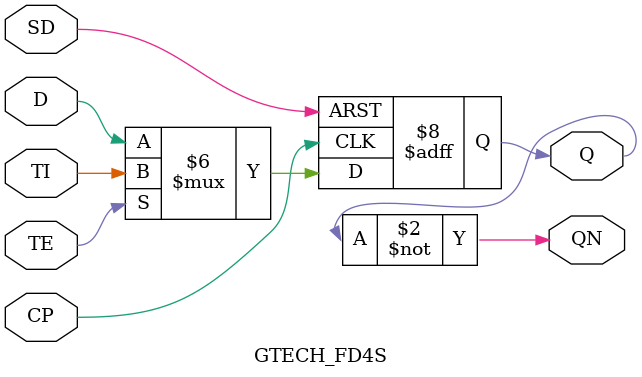
<source format=v>



module GTECH_FD4S (D, CP, TI, TE, SD, Q, QN);  
	input D, CP, SD, TI, TE;
	output Q, QN;

	reg Q, QN;
	
	always @(Q)
        begin
                QN = ~Q;
        end

        always @(posedge CP or negedge SD)
        begin
	    if (!SD)
		Q = 1'b1;
	    else if (TE)
		Q = TI;
	    else
                Q = D;
        end
endmodule




</source>
